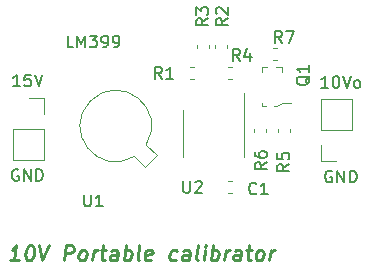
<source format=gbr>
%TF.GenerationSoftware,KiCad,Pcbnew,5.1.6-c6e7f7d~87~ubuntu18.04.1*%
%TF.CreationDate,2021-12-21T21:19:14-08:00*%
%TF.ProjectId,portable-calibrator,706f7274-6162-46c6-952d-63616c696272,rev?*%
%TF.SameCoordinates,Original*%
%TF.FileFunction,Legend,Top*%
%TF.FilePolarity,Positive*%
%FSLAX46Y46*%
G04 Gerber Fmt 4.6, Leading zero omitted, Abs format (unit mm)*
G04 Created by KiCad (PCBNEW 5.1.6-c6e7f7d~87~ubuntu18.04.1) date 2021-12-21 21:19:14*
%MOMM*%
%LPD*%
G01*
G04 APERTURE LIST*
%ADD10C,0.150000*%
%ADD11C,0.228600*%
%ADD12C,0.120000*%
%ADD13C,0.100000*%
G04 APERTURE END LIST*
D10*
X146137523Y-90368380D02*
X145661333Y-90368380D01*
X145661333Y-89368380D01*
X146470857Y-90368380D02*
X146470857Y-89368380D01*
X146804190Y-90082666D01*
X147137523Y-89368380D01*
X147137523Y-90368380D01*
X147518476Y-89368380D02*
X148137523Y-89368380D01*
X147804190Y-89749333D01*
X147947047Y-89749333D01*
X148042285Y-89796952D01*
X148089904Y-89844571D01*
X148137523Y-89939809D01*
X148137523Y-90177904D01*
X148089904Y-90273142D01*
X148042285Y-90320761D01*
X147947047Y-90368380D01*
X147661333Y-90368380D01*
X147566095Y-90320761D01*
X147518476Y-90273142D01*
X148613714Y-90368380D02*
X148804190Y-90368380D01*
X148899428Y-90320761D01*
X148947047Y-90273142D01*
X149042285Y-90130285D01*
X149089904Y-89939809D01*
X149089904Y-89558857D01*
X149042285Y-89463619D01*
X148994666Y-89416000D01*
X148899428Y-89368380D01*
X148708952Y-89368380D01*
X148613714Y-89416000D01*
X148566095Y-89463619D01*
X148518476Y-89558857D01*
X148518476Y-89796952D01*
X148566095Y-89892190D01*
X148613714Y-89939809D01*
X148708952Y-89987428D01*
X148899428Y-89987428D01*
X148994666Y-89939809D01*
X149042285Y-89892190D01*
X149089904Y-89796952D01*
X149566095Y-90368380D02*
X149756571Y-90368380D01*
X149851809Y-90320761D01*
X149899428Y-90273142D01*
X149994666Y-90130285D01*
X150042285Y-89939809D01*
X150042285Y-89558857D01*
X149994666Y-89463619D01*
X149947047Y-89416000D01*
X149851809Y-89368380D01*
X149661333Y-89368380D01*
X149566095Y-89416000D01*
X149518476Y-89463619D01*
X149470857Y-89558857D01*
X149470857Y-89796952D01*
X149518476Y-89892190D01*
X149566095Y-89939809D01*
X149661333Y-89987428D01*
X149851809Y-89987428D01*
X149947047Y-89939809D01*
X149994666Y-89892190D01*
X150042285Y-89796952D01*
X168021095Y-100846000D02*
X167925857Y-100798380D01*
X167783000Y-100798380D01*
X167640142Y-100846000D01*
X167544904Y-100941238D01*
X167497285Y-101036476D01*
X167449666Y-101226952D01*
X167449666Y-101369809D01*
X167497285Y-101560285D01*
X167544904Y-101655523D01*
X167640142Y-101750761D01*
X167783000Y-101798380D01*
X167878238Y-101798380D01*
X168021095Y-101750761D01*
X168068714Y-101703142D01*
X168068714Y-101369809D01*
X167878238Y-101369809D01*
X168497285Y-101798380D02*
X168497285Y-100798380D01*
X169068714Y-101798380D01*
X169068714Y-100798380D01*
X169544904Y-101798380D02*
X169544904Y-100798380D01*
X169783000Y-100798380D01*
X169925857Y-100846000D01*
X170021095Y-100941238D01*
X170068714Y-101036476D01*
X170116333Y-101226952D01*
X170116333Y-101369809D01*
X170068714Y-101560285D01*
X170021095Y-101655523D01*
X169925857Y-101750761D01*
X169783000Y-101798380D01*
X169544904Y-101798380D01*
D11*
X141517256Y-108397523D02*
X140791542Y-108397523D01*
X141154399Y-108397523D02*
X141313149Y-107127523D01*
X141169518Y-107308952D01*
X141033447Y-107429904D01*
X140904935Y-107490380D01*
X142462197Y-107127523D02*
X142583149Y-107127523D01*
X142696542Y-107188000D01*
X142749458Y-107248476D01*
X142794816Y-107369428D01*
X142825054Y-107611333D01*
X142787256Y-107913714D01*
X142696542Y-108155619D01*
X142620947Y-108276571D01*
X142552911Y-108337047D01*
X142424399Y-108397523D01*
X142303447Y-108397523D01*
X142190054Y-108337047D01*
X142137137Y-108276571D01*
X142091780Y-108155619D01*
X142061542Y-107913714D01*
X142099339Y-107611333D01*
X142190054Y-107369428D01*
X142265649Y-107248476D01*
X142333685Y-107188000D01*
X142462197Y-107127523D01*
X143248387Y-107127523D02*
X143512970Y-108397523D01*
X144095054Y-107127523D01*
X145327256Y-108397523D02*
X145486006Y-107127523D01*
X145969816Y-107127523D01*
X146083208Y-107188000D01*
X146136125Y-107248476D01*
X146181482Y-107369428D01*
X146158804Y-107550857D01*
X146083208Y-107671809D01*
X146015173Y-107732285D01*
X145886661Y-107792761D01*
X145402851Y-107792761D01*
X146778685Y-108397523D02*
X146665292Y-108337047D01*
X146612375Y-108276571D01*
X146567018Y-108155619D01*
X146612375Y-107792761D01*
X146687970Y-107671809D01*
X146756006Y-107611333D01*
X146884518Y-107550857D01*
X147065947Y-107550857D01*
X147179339Y-107611333D01*
X147232256Y-107671809D01*
X147277613Y-107792761D01*
X147232256Y-108155619D01*
X147156661Y-108276571D01*
X147088625Y-108337047D01*
X146960113Y-108397523D01*
X146778685Y-108397523D01*
X147746304Y-108397523D02*
X147852137Y-107550857D01*
X147821899Y-107792761D02*
X147897494Y-107671809D01*
X147965530Y-107611333D01*
X148094042Y-107550857D01*
X148214994Y-107550857D01*
X148456899Y-107550857D02*
X148940708Y-107550857D01*
X148691244Y-107127523D02*
X148555173Y-108216095D01*
X148600530Y-108337047D01*
X148713923Y-108397523D01*
X148834875Y-108397523D01*
X149802494Y-108397523D02*
X149885649Y-107732285D01*
X149840292Y-107611333D01*
X149726899Y-107550857D01*
X149484994Y-107550857D01*
X149356482Y-107611333D01*
X149810054Y-108337047D02*
X149681542Y-108397523D01*
X149379161Y-108397523D01*
X149265768Y-108337047D01*
X149220411Y-108216095D01*
X149235530Y-108095142D01*
X149311125Y-107974190D01*
X149439637Y-107913714D01*
X149742018Y-107913714D01*
X149870530Y-107853238D01*
X150407256Y-108397523D02*
X150566006Y-107127523D01*
X150505530Y-107611333D02*
X150634042Y-107550857D01*
X150875947Y-107550857D01*
X150989339Y-107611333D01*
X151042256Y-107671809D01*
X151087613Y-107792761D01*
X151042256Y-108155619D01*
X150966661Y-108276571D01*
X150898625Y-108337047D01*
X150770113Y-108397523D01*
X150528208Y-108397523D01*
X150414816Y-108337047D01*
X151737732Y-108397523D02*
X151624339Y-108337047D01*
X151578982Y-108216095D01*
X151715054Y-107127523D01*
X152712911Y-108337047D02*
X152584399Y-108397523D01*
X152342494Y-108397523D01*
X152229101Y-108337047D01*
X152183744Y-108216095D01*
X152244220Y-107732285D01*
X152319816Y-107611333D01*
X152448328Y-107550857D01*
X152690232Y-107550857D01*
X152803625Y-107611333D01*
X152848982Y-107732285D01*
X152833863Y-107853238D01*
X152213982Y-107974190D01*
X154829578Y-108337047D02*
X154701066Y-108397523D01*
X154459161Y-108397523D01*
X154345768Y-108337047D01*
X154292851Y-108276571D01*
X154247494Y-108155619D01*
X154292851Y-107792761D01*
X154368447Y-107671809D01*
X154436482Y-107611333D01*
X154564994Y-107550857D01*
X154806899Y-107550857D01*
X154920292Y-107611333D01*
X155910589Y-108397523D02*
X155993744Y-107732285D01*
X155948387Y-107611333D01*
X155834994Y-107550857D01*
X155593089Y-107550857D01*
X155464578Y-107611333D01*
X155918149Y-108337047D02*
X155789637Y-108397523D01*
X155487256Y-108397523D01*
X155373863Y-108337047D01*
X155328506Y-108216095D01*
X155343625Y-108095142D01*
X155419220Y-107974190D01*
X155547732Y-107913714D01*
X155850113Y-107913714D01*
X155978625Y-107853238D01*
X156696780Y-108397523D02*
X156583387Y-108337047D01*
X156538030Y-108216095D01*
X156674101Y-107127523D01*
X157180589Y-108397523D02*
X157286423Y-107550857D01*
X157339339Y-107127523D02*
X157271304Y-107188000D01*
X157324220Y-107248476D01*
X157392256Y-107188000D01*
X157339339Y-107127523D01*
X157324220Y-107248476D01*
X157785351Y-108397523D02*
X157944101Y-107127523D01*
X157883625Y-107611333D02*
X158012137Y-107550857D01*
X158254042Y-107550857D01*
X158367435Y-107611333D01*
X158420351Y-107671809D01*
X158465708Y-107792761D01*
X158420351Y-108155619D01*
X158344756Y-108276571D01*
X158276720Y-108337047D01*
X158148208Y-108397523D01*
X157906304Y-108397523D01*
X157792911Y-108337047D01*
X158934399Y-108397523D02*
X159040232Y-107550857D01*
X159009994Y-107792761D02*
X159085589Y-107671809D01*
X159153625Y-107611333D01*
X159282137Y-107550857D01*
X159403089Y-107550857D01*
X160264875Y-108397523D02*
X160348030Y-107732285D01*
X160302673Y-107611333D01*
X160189280Y-107550857D01*
X159947375Y-107550857D01*
X159818863Y-107611333D01*
X160272435Y-108337047D02*
X160143923Y-108397523D01*
X159841542Y-108397523D01*
X159728149Y-108337047D01*
X159682792Y-108216095D01*
X159697911Y-108095142D01*
X159773506Y-107974190D01*
X159902018Y-107913714D01*
X160204399Y-107913714D01*
X160332911Y-107853238D01*
X160794042Y-107550857D02*
X161277851Y-107550857D01*
X161028387Y-107127523D02*
X160892316Y-108216095D01*
X160937673Y-108337047D01*
X161051066Y-108397523D01*
X161172018Y-108397523D01*
X161776780Y-108397523D02*
X161663387Y-108337047D01*
X161610470Y-108276571D01*
X161565113Y-108155619D01*
X161610470Y-107792761D01*
X161686066Y-107671809D01*
X161754101Y-107611333D01*
X161882613Y-107550857D01*
X162064042Y-107550857D01*
X162177435Y-107611333D01*
X162230351Y-107671809D01*
X162275708Y-107792761D01*
X162230351Y-108155619D01*
X162154756Y-108276571D01*
X162086720Y-108337047D01*
X161958208Y-108397523D01*
X161776780Y-108397523D01*
X162744399Y-108397523D02*
X162850232Y-107550857D01*
X162819994Y-107792761D02*
X162895589Y-107671809D01*
X162963625Y-107611333D01*
X163092137Y-107550857D01*
X163213089Y-107550857D01*
D10*
X141620952Y-93670380D02*
X141049523Y-93670380D01*
X141335238Y-93670380D02*
X141335238Y-92670380D01*
X141240000Y-92813238D01*
X141144761Y-92908476D01*
X141049523Y-92956095D01*
X142525714Y-92670380D02*
X142049523Y-92670380D01*
X142001904Y-93146571D01*
X142049523Y-93098952D01*
X142144761Y-93051333D01*
X142382857Y-93051333D01*
X142478095Y-93098952D01*
X142525714Y-93146571D01*
X142573333Y-93241809D01*
X142573333Y-93479904D01*
X142525714Y-93575142D01*
X142478095Y-93622761D01*
X142382857Y-93670380D01*
X142144761Y-93670380D01*
X142049523Y-93622761D01*
X142001904Y-93575142D01*
X142859047Y-92670380D02*
X143192380Y-93670380D01*
X143525714Y-92670380D01*
X141478095Y-100719000D02*
X141382857Y-100671380D01*
X141240000Y-100671380D01*
X141097142Y-100719000D01*
X141001904Y-100814238D01*
X140954285Y-100909476D01*
X140906666Y-101099952D01*
X140906666Y-101242809D01*
X140954285Y-101433285D01*
X141001904Y-101528523D01*
X141097142Y-101623761D01*
X141240000Y-101671380D01*
X141335238Y-101671380D01*
X141478095Y-101623761D01*
X141525714Y-101576142D01*
X141525714Y-101242809D01*
X141335238Y-101242809D01*
X141954285Y-101671380D02*
X141954285Y-100671380D01*
X142525714Y-101671380D01*
X142525714Y-100671380D01*
X143001904Y-101671380D02*
X143001904Y-100671380D01*
X143240000Y-100671380D01*
X143382857Y-100719000D01*
X143478095Y-100814238D01*
X143525714Y-100909476D01*
X143573333Y-101099952D01*
X143573333Y-101242809D01*
X143525714Y-101433285D01*
X143478095Y-101528523D01*
X143382857Y-101623761D01*
X143240000Y-101671380D01*
X143001904Y-101671380D01*
X167711571Y-93797380D02*
X167140142Y-93797380D01*
X167425857Y-93797380D02*
X167425857Y-92797380D01*
X167330619Y-92940238D01*
X167235380Y-93035476D01*
X167140142Y-93083095D01*
X168330619Y-92797380D02*
X168425857Y-92797380D01*
X168521095Y-92845000D01*
X168568714Y-92892619D01*
X168616333Y-92987857D01*
X168663952Y-93178333D01*
X168663952Y-93416428D01*
X168616333Y-93606904D01*
X168568714Y-93702142D01*
X168521095Y-93749761D01*
X168425857Y-93797380D01*
X168330619Y-93797380D01*
X168235380Y-93749761D01*
X168187761Y-93702142D01*
X168140142Y-93606904D01*
X168092523Y-93416428D01*
X168092523Y-93178333D01*
X168140142Y-92987857D01*
X168187761Y-92892619D01*
X168235380Y-92845000D01*
X168330619Y-92797380D01*
X168949666Y-92797380D02*
X169283000Y-93797380D01*
X169616333Y-92797380D01*
X170092523Y-93797380D02*
X169997285Y-93749761D01*
X169949666Y-93702142D01*
X169902047Y-93606904D01*
X169902047Y-93321190D01*
X169949666Y-93225952D01*
X169997285Y-93178333D01*
X170092523Y-93130714D01*
X170235380Y-93130714D01*
X170330619Y-93178333D01*
X170378238Y-93225952D01*
X170425857Y-93321190D01*
X170425857Y-93606904D01*
X170378238Y-93702142D01*
X170330619Y-93749761D01*
X170235380Y-93797380D01*
X170092523Y-93797380D01*
D12*
%TO.C,J2*%
X168402000Y-99969000D02*
X167072000Y-99969000D01*
X167072000Y-99969000D02*
X167072000Y-98639000D01*
X167072000Y-97369000D02*
X167072000Y-94769000D01*
X169732000Y-94769000D02*
X167072000Y-94769000D01*
X169732000Y-97369000D02*
X169732000Y-94769000D01*
X169732000Y-97369000D02*
X167072000Y-97369000D01*
%TO.C,J1*%
X142367000Y-94682000D02*
X143697000Y-94682000D01*
X143697000Y-94682000D02*
X143697000Y-96012000D01*
X143697000Y-97282000D02*
X143697000Y-99882000D01*
X141037000Y-99882000D02*
X143697000Y-99882000D01*
X141037000Y-97282000D02*
X141037000Y-99882000D01*
X141037000Y-97282000D02*
X143697000Y-97282000D01*
%TO.C,U2*%
X160548000Y-97663000D02*
X160548000Y-94213000D01*
X160548000Y-97663000D02*
X160548000Y-99613000D01*
X155428000Y-97663000D02*
X155428000Y-95713000D01*
X155428000Y-97663000D02*
X155428000Y-99613000D01*
%TO.C,U1*%
X153217448Y-99522499D02*
X152305281Y-98610331D01*
X152227499Y-100512448D02*
X153217448Y-99522499D01*
X151315331Y-99600281D02*
X152227499Y-100512448D01*
X152305150Y-98610544D02*
G75*
G03*
X151315331Y-99600281I-2572150J1582544D01*
G01*
%TO.C,R7*%
X163032221Y-91442000D02*
X163357779Y-91442000D01*
X163032221Y-90422000D02*
X163357779Y-90422000D01*
%TO.C,R6*%
X161415000Y-97246221D02*
X161415000Y-97571779D01*
X162435000Y-97246221D02*
X162435000Y-97571779D01*
%TO.C,R5*%
X163447000Y-97246221D02*
X163447000Y-97571779D01*
X164467000Y-97246221D02*
X164467000Y-97571779D01*
%TO.C,R4*%
X159222221Y-93093000D02*
X159547779Y-93093000D01*
X159222221Y-92073000D02*
X159547779Y-92073000D01*
%TO.C,R3*%
X157609000Y-90459779D02*
X157609000Y-90134221D01*
X156589000Y-90459779D02*
X156589000Y-90134221D01*
%TO.C,R2*%
X158113000Y-90134221D02*
X158113000Y-90459779D01*
X159133000Y-90134221D02*
X159133000Y-90459779D01*
%TO.C,R1*%
X156047221Y-93093000D02*
X156372779Y-93093000D01*
X156047221Y-92073000D02*
X156372779Y-92073000D01*
D13*
%TO.C,Q1*%
X162116000Y-95376000D02*
X162116000Y-95076000D01*
X162491000Y-95376000D02*
X162116000Y-95376000D01*
X162116000Y-92076000D02*
X162566000Y-92076000D01*
X162116000Y-92376000D02*
X162116000Y-92076000D01*
X162116000Y-92301000D02*
X162116000Y-92426000D01*
X163766000Y-92076000D02*
X163766000Y-92426000D01*
X163291000Y-92076000D02*
X163766000Y-92076000D01*
X163766000Y-95051000D02*
X164541000Y-95051000D01*
X163766000Y-95101000D02*
X163766000Y-95051000D01*
X163391000Y-95376000D02*
X163766000Y-95101000D01*
X163116000Y-95376000D02*
X163391000Y-95376000D01*
D12*
%TO.C,C1*%
X159222221Y-102745000D02*
X159547779Y-102745000D01*
X159222221Y-101725000D02*
X159547779Y-101725000D01*
%TO.C,U2*%
D10*
X155448095Y-101687380D02*
X155448095Y-102496904D01*
X155495714Y-102592142D01*
X155543333Y-102639761D01*
X155638571Y-102687380D01*
X155829047Y-102687380D01*
X155924285Y-102639761D01*
X155971904Y-102592142D01*
X156019523Y-102496904D01*
X156019523Y-101687380D01*
X156448095Y-101782619D02*
X156495714Y-101735000D01*
X156590952Y-101687380D01*
X156829047Y-101687380D01*
X156924285Y-101735000D01*
X156971904Y-101782619D01*
X157019523Y-101877857D01*
X157019523Y-101973095D01*
X156971904Y-102115952D01*
X156400476Y-102687380D01*
X157019523Y-102687380D01*
%TO.C,U1*%
X147066095Y-102830380D02*
X147066095Y-103639904D01*
X147113714Y-103735142D01*
X147161333Y-103782761D01*
X147256571Y-103830380D01*
X147447047Y-103830380D01*
X147542285Y-103782761D01*
X147589904Y-103735142D01*
X147637523Y-103639904D01*
X147637523Y-102830380D01*
X148637523Y-103830380D02*
X148066095Y-103830380D01*
X148351809Y-103830380D02*
X148351809Y-102830380D01*
X148256571Y-102973238D01*
X148161333Y-103068476D01*
X148066095Y-103116095D01*
%TO.C,R7*%
X163790333Y-89987380D02*
X163457000Y-89511190D01*
X163218904Y-89987380D02*
X163218904Y-88987380D01*
X163599857Y-88987380D01*
X163695095Y-89035000D01*
X163742714Y-89082619D01*
X163790333Y-89177857D01*
X163790333Y-89320714D01*
X163742714Y-89415952D01*
X163695095Y-89463571D01*
X163599857Y-89511190D01*
X163218904Y-89511190D01*
X164123666Y-88987380D02*
X164790333Y-88987380D01*
X164361761Y-89987380D01*
%TO.C,R6*%
X162504380Y-100115666D02*
X162028190Y-100449000D01*
X162504380Y-100687095D02*
X161504380Y-100687095D01*
X161504380Y-100306142D01*
X161552000Y-100210904D01*
X161599619Y-100163285D01*
X161694857Y-100115666D01*
X161837714Y-100115666D01*
X161932952Y-100163285D01*
X161980571Y-100210904D01*
X162028190Y-100306142D01*
X162028190Y-100687095D01*
X161504380Y-99258523D02*
X161504380Y-99449000D01*
X161552000Y-99544238D01*
X161599619Y-99591857D01*
X161742476Y-99687095D01*
X161932952Y-99734714D01*
X162313904Y-99734714D01*
X162409142Y-99687095D01*
X162456761Y-99639476D01*
X162504380Y-99544238D01*
X162504380Y-99353761D01*
X162456761Y-99258523D01*
X162409142Y-99210904D01*
X162313904Y-99163285D01*
X162075809Y-99163285D01*
X161980571Y-99210904D01*
X161932952Y-99258523D01*
X161885333Y-99353761D01*
X161885333Y-99544238D01*
X161932952Y-99639476D01*
X161980571Y-99687095D01*
X162075809Y-99734714D01*
%TO.C,R5*%
X164409380Y-100242666D02*
X163933190Y-100576000D01*
X164409380Y-100814095D02*
X163409380Y-100814095D01*
X163409380Y-100433142D01*
X163457000Y-100337904D01*
X163504619Y-100290285D01*
X163599857Y-100242666D01*
X163742714Y-100242666D01*
X163837952Y-100290285D01*
X163885571Y-100337904D01*
X163933190Y-100433142D01*
X163933190Y-100814095D01*
X163409380Y-99337904D02*
X163409380Y-99814095D01*
X163885571Y-99861714D01*
X163837952Y-99814095D01*
X163790333Y-99718857D01*
X163790333Y-99480761D01*
X163837952Y-99385523D01*
X163885571Y-99337904D01*
X163980809Y-99290285D01*
X164218904Y-99290285D01*
X164314142Y-99337904D01*
X164361761Y-99385523D01*
X164409380Y-99480761D01*
X164409380Y-99718857D01*
X164361761Y-99814095D01*
X164314142Y-99861714D01*
%TO.C,R4*%
X160234333Y-91511380D02*
X159901000Y-91035190D01*
X159662904Y-91511380D02*
X159662904Y-90511380D01*
X160043857Y-90511380D01*
X160139095Y-90559000D01*
X160186714Y-90606619D01*
X160234333Y-90701857D01*
X160234333Y-90844714D01*
X160186714Y-90939952D01*
X160139095Y-90987571D01*
X160043857Y-91035190D01*
X159662904Y-91035190D01*
X161091476Y-90844714D02*
X161091476Y-91511380D01*
X160853380Y-90463761D02*
X160615285Y-91178047D01*
X161234333Y-91178047D01*
%TO.C,R3*%
X157551380Y-87923666D02*
X157075190Y-88257000D01*
X157551380Y-88495095D02*
X156551380Y-88495095D01*
X156551380Y-88114142D01*
X156599000Y-88018904D01*
X156646619Y-87971285D01*
X156741857Y-87923666D01*
X156884714Y-87923666D01*
X156979952Y-87971285D01*
X157027571Y-88018904D01*
X157075190Y-88114142D01*
X157075190Y-88495095D01*
X156551380Y-87590333D02*
X156551380Y-86971285D01*
X156932333Y-87304619D01*
X156932333Y-87161761D01*
X156979952Y-87066523D01*
X157027571Y-87018904D01*
X157122809Y-86971285D01*
X157360904Y-86971285D01*
X157456142Y-87018904D01*
X157503761Y-87066523D01*
X157551380Y-87161761D01*
X157551380Y-87447476D01*
X157503761Y-87542714D01*
X157456142Y-87590333D01*
%TO.C,R2*%
X159202380Y-87923666D02*
X158726190Y-88257000D01*
X159202380Y-88495095D02*
X158202380Y-88495095D01*
X158202380Y-88114142D01*
X158250000Y-88018904D01*
X158297619Y-87971285D01*
X158392857Y-87923666D01*
X158535714Y-87923666D01*
X158630952Y-87971285D01*
X158678571Y-88018904D01*
X158726190Y-88114142D01*
X158726190Y-88495095D01*
X158297619Y-87542714D02*
X158250000Y-87495095D01*
X158202380Y-87399857D01*
X158202380Y-87161761D01*
X158250000Y-87066523D01*
X158297619Y-87018904D01*
X158392857Y-86971285D01*
X158488095Y-86971285D01*
X158630952Y-87018904D01*
X159202380Y-87590333D01*
X159202380Y-86971285D01*
%TO.C,R1*%
X153630333Y-93035380D02*
X153297000Y-92559190D01*
X153058904Y-93035380D02*
X153058904Y-92035380D01*
X153439857Y-92035380D01*
X153535095Y-92083000D01*
X153582714Y-92130619D01*
X153630333Y-92225857D01*
X153630333Y-92368714D01*
X153582714Y-92463952D01*
X153535095Y-92511571D01*
X153439857Y-92559190D01*
X153058904Y-92559190D01*
X154582714Y-93035380D02*
X154011285Y-93035380D01*
X154297000Y-93035380D02*
X154297000Y-92035380D01*
X154201761Y-92178238D01*
X154106523Y-92273476D01*
X154011285Y-92321095D01*
%TO.C,Q1*%
X166155619Y-92805238D02*
X166108000Y-92900476D01*
X166012761Y-92995714D01*
X165869904Y-93138571D01*
X165822285Y-93233809D01*
X165822285Y-93329047D01*
X166060380Y-93281428D02*
X166012761Y-93376666D01*
X165917523Y-93471904D01*
X165727047Y-93519523D01*
X165393714Y-93519523D01*
X165203238Y-93471904D01*
X165108000Y-93376666D01*
X165060380Y-93281428D01*
X165060380Y-93090952D01*
X165108000Y-92995714D01*
X165203238Y-92900476D01*
X165393714Y-92852857D01*
X165727047Y-92852857D01*
X165917523Y-92900476D01*
X166012761Y-92995714D01*
X166060380Y-93090952D01*
X166060380Y-93281428D01*
X166060380Y-91900476D02*
X166060380Y-92471904D01*
X166060380Y-92186190D02*
X165060380Y-92186190D01*
X165203238Y-92281428D01*
X165298476Y-92376666D01*
X165346095Y-92471904D01*
%TO.C,C1*%
X161631333Y-102719142D02*
X161583714Y-102766761D01*
X161440857Y-102814380D01*
X161345619Y-102814380D01*
X161202761Y-102766761D01*
X161107523Y-102671523D01*
X161059904Y-102576285D01*
X161012285Y-102385809D01*
X161012285Y-102242952D01*
X161059904Y-102052476D01*
X161107523Y-101957238D01*
X161202761Y-101862000D01*
X161345619Y-101814380D01*
X161440857Y-101814380D01*
X161583714Y-101862000D01*
X161631333Y-101909619D01*
X162583714Y-102814380D02*
X162012285Y-102814380D01*
X162298000Y-102814380D02*
X162298000Y-101814380D01*
X162202761Y-101957238D01*
X162107523Y-102052476D01*
X162012285Y-102100095D01*
%TD*%
M02*

</source>
